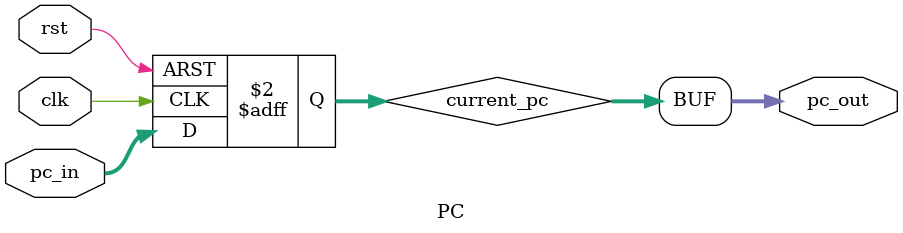
<source format=v>
module PC (
    input wire clk,          // Clock input
    input wire rst,          // Reset input
    input wire [31:0] pc_in, // Input PC value
    output wire [31:0] pc_out // Output PC value
);

    // Register to hold the current PC value
    reg [31:0] current_pc;

    // Synchronous reset
    always @(posedge clk or posedge rst) begin
        if (rst)
            current_pc <= 32'h00000000; // Reset PC to 0
        else
            current_pc <= pc_in;        // Update PC with input value
    end

    // Output the current PC value
    assign pc_out = current_pc;

endmodule

</source>
